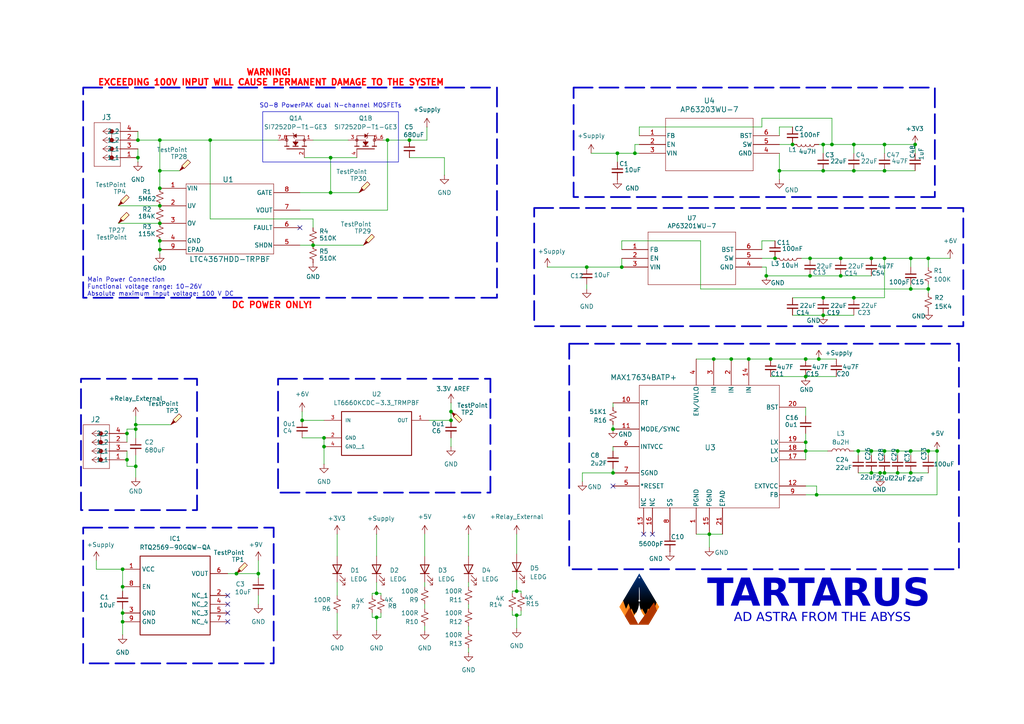
<source format=kicad_sch>
(kicad_sch (version 20250114) (generator "eeschema") (generator_version "9.0")
  (paper "A4")
  (lib_symbols
    (symbol "2601-3102_1" (pin_names (offset 0.254))
      (property "Reference" "J2" (at 9.144 -11.684 0))
      (symbol "2601-3102_1_1_1"
        (pin unspecified line (at 0 0 0) (length 5.08) (name "1_1") (number "1"))
        (pin unspecified line (at 0 -2.54 0) (length 5.08) (name "2_1") (number "3"))
        (pin unspecified line (at 0 -5.08 0) (length 5.08) (name "1_2") (number "2"))
        (pin unspecified line (at 0 -7.62 0) (length 5.08) (name "2_2") (number "4"))
      )
      (symbol "2601-3102_1_1_2"
        (pin unspecified line (at 0 0 0) (length 5.08) (name "1_1") (number "1"))
        (pin unspecified line (at 0 -2.54 0) (length 5.08) (name "1_2") (number "2"))
        (pin unspecified line (at 0 -5.08 0) (length 5.08) (name "2_1") (number "3"))
        (pin unspecified line (at 0 -7.62 0) (length 5.08) (name "2_2") (number "4"))
      )
    )
    (symbol "Connector:TestPoint_Probe" (pin_numbers (hide yes)) (pin_names (offset 0.762) (hide yes))
      (property "Reference" "TP" (at 1.651 5.842 0))
      (property "Value" "TestPoint_Probe" (at 1.651 4.064 0))
      (symbol "TestPoint_Probe_1_1"
        (pin passive line (at 0 0 90) (length 0) (name "1") (number "1"))
      )
    )
    (symbol "Cosmos Schematic Symbols:AP63201WU-7__"
      (property "Reference" "U" (at 0 11.176 0))
      (property "Value" "AP63201WU-7" (at 0.254 8.89 0))
      (symbol "AP63201WU-7___0_1"
        (pin unspecified line (at -20.32 2.54 0) (length 7.62) (name "FB") (number "1"))
        (pin unspecified line (at -20.32 0 0) (length 7.62) (name "EN") (number "2"))
        (pin unspecified line (at -20.32 -2.54 0) (length 7.62) (name "VIN") (number "3"))
        (pin unspecified line (at 20.32 2.54 180) (length 7.62) (name "BST") (number "6"))
        (pin unspecified line (at 20.32 0 180) (length 7.62) (name "SW") (number "5"))
        (pin power_out line (at 20.32 -2.54 180) (length 7.62) (name "GND") (number "4"))
      )
    )
    (symbol "Cosmos Schematic Symbols:AP63203WU-7" (pin_names (offset 0.254))
      (property "Reference" "U" (at 20.32 10.16 0))
      (property "Value" "AP63203WU-7" (at 20.32 7.62 0))
      (symbol "AP63203WU-7_0_1"
        (pin output line (at 0 0 0) (length 7.62) (name "FB") (number "1"))
        (pin input line (at 0 -2.54 0) (length 7.62) (name "EN") (number "2"))
        (pin power_in line (at 0 -5.08 0) (length 7.62) (name "VIN") (number "3"))
        (pin input line (at 40.64 0 180) (length 7.62) (name "BST") (number "6"))
        (pin output line (at 40.64 -2.54 180) (length 7.62) (name "SW") (number "5"))
        (pin power_out line (at 40.64 -5.08 180) (length 7.62) (name "GND") (number "4"))
      )
    )
    (symbol "Device:C_Small" (pin_numbers (hide yes)) (pin_names (offset 0.254) (hide yes))
      (property "Reference" "C" (at 0.254 1.778 0))
      (property "Value" "C_Small" (at 0.254 -2.032 0))
      (symbol "C_Small_1_1"
        (pin passive line (at 0 2.54 270) (length 2.032) (name "~") (number "1"))
        (pin passive line (at 0 -2.54 90) (length 2.032) (name "~") (number "2"))
      )
    )
    (symbol "Device:L" (pin_numbers (hide yes)) (pin_names (offset 1.016) (hide yes))
      (property "Reference" "L" (at -1.27 0 90))
      (property "Value" "L" (at 1.905 0 90))
      (symbol "L_1_1"
        (pin passive line (at 0 3.81 270) (length 1.27) (name "1") (number "1"))
        (pin passive line (at 0 -3.81 90) (length 1.27) (name "2") (number "2"))
      )
    )
    (symbol "Device:LED" (pin_numbers (hide yes)) (pin_names (offset 1.016) (hide yes))
      (property "Reference" "D" (at 0 2.54 0))
      (property "Value" "LED" (at 0 -2.54 0))
      (symbol "LED_1_1"
        (pin passive line (at -3.81 0 0) (length 2.54) (name "K") (number "1"))
        (pin passive line (at 3.81 0 180) (length 2.54) (name "A") (number "2"))
      )
    )
    (symbol "Device:R_Small_US" (pin_numbers (hide yes)) (pin_names (offset 0.254) (hide yes))
      (property "Reference" "R" (at 0.762 0.508 0))
      (property "Value" "R_Small_US" (at 0.762 -1.016 0))
      (symbol "R_Small_US_1_1"
        (pin passive line (at 0 2.54 270) (length 1.016) (name "~") (number "1"))
        (pin passive line (at 0 -2.54 90) (length 1.016) (name "~") (number "2"))
      )
    )
    (symbol "LT6660KCDC-3.3_TRMPBF:LT6660KCDC-3.3_TRMPBF" (pin_names (offset 1.016))
      (property "Reference" "U" (at -10.16 6.35 0))
      (property "Value" "LT6660KCDC-3.3_TRMPBF" (at -10.16 -10.16 0))
      (symbol "LT6660KCDC-3.3_TRMPBF_0_0"
        (pin input line (at -15.24 2.54 0) (length 5.08) (name "IN") (number "3"))
        (pin power_in line (at -15.24 -2.54 0) (length 5.08) (name "GND") (number "2"))
        (pin power_in line (at -15.24 -5.08 0) (length 5.08) (name "GND__1") (number "4"))
        (pin output line (at 15.24 2.54 180) (length 5.08) (name "OUT") (number "1"))
      )
    )
    (symbol "LTC4367HDD_TRPBF:LTC4367HDD-TRPBF" (pin_names (offset 0.254))
      (property "Reference" "U" (at 20.32 10.16 0))
      (property "Value" "LTC4367HDD-TRPBF" (at 20.32 7.62 0))
      (symbol "LTC4367HDD-TRPBF_0_1"
        (pin unspecified line (at 0 3.81 0) (length 7.62) (name "VIN") (number "1"))
        (pin unspecified line (at 0 -1.27 0) (length 7.62) (name "UV") (number "2"))
        (pin unspecified line (at 0 -6.35 0) (length 7.62) (name "OV") (number "3"))
        (pin power_out line (at 0 -11.43 0) (length 7.62) (name "GND") (number "4"))
        (pin unspecified line (at 0 -13.97 0) (length 7.62) (name "EPAD") (number "9"))
        (pin unspecified line (at 40.64 2.54 180) (length 7.62) (name "GATE") (number "8"))
        (pin output line (at 40.64 -2.54 180) (length 7.62) (name "VOUT") (number "7"))
        (pin unspecified line (at 40.64 -7.62 180) (length 7.62) (name "FAULT") (number "6"))
        (pin unspecified line (at 40.64 -12.7 180) (length 7.62) (name "SHDN") (number "5"))
      )
    )
    (symbol "MAX17634BATP:MAX17634BATP+" (pin_names (offset 0.254))
      (property "Reference" "U" (at 28.194 -15.494 0))
      (property "Value" "MAX17634BATP+" (at 28.956 -12.192 0))
      (symbol "MAX17634BATP+_0_1"
        (pin input line (at 0 0 0) (length 7.62) (name "RT") (number "10"))
        (pin unspecified line (at 0 -7.62 0) (length 7.62) (name "MODE/SYNC") (number "11"))
        (pin output line (at 0 -12.7 0) (length 7.62) (name "INTVCC") (number "6"))
        (pin power_out line (at 0 -20.32 0) (length 7.62) (name "SGND") (number "7"))
        (pin output line (at 0 -24.13 0) (length 7.62) (name "*RESET") (number "5"))
        (pin unspecified line (at 8.89 -38.1 90) (length 7.62) (name "NC") (number "13"))
        (pin unspecified line (at 11.43 -38.1 90) (length 7.62) (name "NC") (number "16"))
        (pin input line (at 16.51 -38.1 90) (length 7.62) (name "SS") (number "8"))
        (pin unspecified line (at 24.13 12.7 270) (length 7.62) (name "EN/UVLO") (number "4"))
        (pin power_in line (at 24.13 -38.1 90) (length 7.62) (name "PGND") (number "1"))
        (pin power_in line (at 27.94 -38.1 90) (length 7.62) (name "PGND") (number "15"))
        (pin input line (at 29.21 12.7 270) (length 7.62) (name "IN") (number "3"))
        (pin power_in line (at 31.75 -38.1 90) (length 7.62) (name "EPAD") (number "21"))
        (pin input line (at 34.29 12.7 270) (length 7.62) (name "IN") (number "2"))
        (pin input line (at 39.37 12.7 270) (length 7.62) (name "IN") (number "14"))
        (pin unspecified line (at 55.88 -1.27 180) (length 7.62) (name "BST") (number "20"))
        (pin unspecified line (at 55.88 -11.43 180) (length 7.62) (name "LX") (number "19"))
        (pin unspecified line (at 55.88 -13.97 180) (length 7.62) (name "LX") (number "18"))
        (pin unspecified line (at 55.88 -16.51 180) (length 7.62) (name "LX") (number "17"))
        (pin input line (at 55.88 -24.13 180) (length 7.62) (name "EXTVCC") (number "12"))
        (pin input line (at 55.88 -26.67 180) (length 7.62) (name "FB") (number "9"))
      )
    )
    (symbol "RTQ2569-90GQW-QA:RTQ2569-90GQW-QA"
      (property "Reference" "IC" (at 4.826 7.112 0))
      (property "Value" "RTQ2569-90GQW-QA" (at 4.826 4.572 0))
      (symbol "RTQ2569-90GQW-QA_1_1"
        (pin passive line (at 0 -1.27 0) (length 5.08) (name "VCC") (number "1"))
        (pin passive line (at 0 -6.35 0) (length 5.08) (name "EN") (number "8"))
        (pin passive line (at 0 -13.97 0) (length 5.08) (name "GND") (number "3"))
        (pin passive line (at 0 -16.51 0) (length 5.08) (name "GND") (number "9"))
        (pin passive line (at 30.48 -2.54 180) (length 5.08) (name "VOUT") (number "6"))
        (pin passive line (at 30.48 -8.89 180) (length 5.08) (name "NC_1") (number "2"))
        (pin passive line (at 30.48 -11.43 180) (length 5.08) (name "NC_2") (number "4"))
        (pin passive line (at 30.48 -13.97 180) (length 5.08) (name "NC_3") (number "5"))
        (pin passive line (at 30.48 -16.51 180) (length 5.08) (name "NC_4") (number "7"))
      )
    )
    (symbol "SI7942DP-T1-E3:SI7942DP-T1-E3" (pin_names (offset 1.016))
      (property "Reference" "Q" (at 5.08 0 0))
      (property "Value" "SI7942DP-T1-E3" (at 5.08 -2.54 0))
      (symbol "SI7942DP-T1-E3_1_0"
        (pin passive line (at -2.54 -2.54 0) (length 2.54) (name "~") (number "2"))
        (pin passive line (at 2.54 5.08 270) (length 2.54) (name "~") (number "7_8"))
        (pin passive line (at 2.54 -5.08 90) (length 2.54) (name "~") (number "1"))
      )
      (symbol "SI7942DP-T1-E3_2_0"
        (pin passive line (at -2.54 -2.54 0) (length 2.54) (name "~") (number "4"))
        (pin passive line (at 2.54 5.08 270) (length 2.54) (name "~") (number "5_6"))
        (pin passive line (at 2.54 -5.08 90) (length 2.54) (name "~") (number "3"))
      )
    )
    (symbol "WAGO_2601-3102:2601-3102" (pin_names (offset 0.254))
      (property "Reference" "J3" (at 9.144 -11.684 0))
      (symbol "2601-3102_1_1"
        (pin unspecified line (at 0 0 0) (length 5.08) (name "1_1") (number "1"))
        (pin unspecified line (at 0 -2.54 0) (length 5.08) (name "2_1") (number "3"))
        (pin unspecified line (at 0 -5.08 0) (length 5.08) (name "1_2") (number "2"))
        (pin unspecified line (at 0 -7.62 0) (length 5.08) (name "2_2") (number "4"))
      )
      (symbol "2601-3102_1_2"
        (pin unspecified line (at 0 0 0) (length 5.08) (name "1_1") (number "1"))
        (pin unspecified line (at 0 -2.54 0) (length 5.08) (name "1_2") (number "2"))
        (pin unspecified line (at 0 -5.08 0) (length 5.08) (name "2_1") (number "3"))
        (pin unspecified line (at 0 -7.62 0) (length 5.08) (name "2_2") (number "4"))
      )
    )
    (symbol "power:+12V" (power) (pin_numbers (hide yes)) (pin_names (offset 0) (hide yes))
      (property "Value" "+12V" (at 0 3.556 0))
      (symbol "+12V_1_1"
        (pin power_in line (at 0 0 90) (length 0) (name "~") (number "1"))
      )
    )
    (symbol "power:+3.3V" (power) (pin_numbers (hide yes)) (pin_names (offset 0) (hide yes))
      (property "Value" "+3.3V" (at 0 3.556 0))
      (symbol "+3.3V_1_1"
        (pin power_in line (at 0 0 90) (length 0) (name "~") (number "1"))
      )
    )
    (symbol "power:+5V" (power) (pin_numbers (hide yes)) (pin_names (offset 0) (hide yes))
      (property "Value" "+5V" (at 0 3.556 0))
      (symbol "+5V_1_1"
        (pin power_in line (at 0 0 90) (length 0) (name "~") (number "1"))
      )
    )
    (symbol "power:GND" (power) (pin_numbers (hide yes)) (pin_names (offset 0) (hide yes))
      (property "Value" "GND" (at 0 -3.81 0))
      (symbol "GND_1_1"
        (pin power_in line (at 0 0 270) (length 0) (name "~") (number "1"))
      )
    )
  )
  (rectangle (start 24.13 25.4) (end 144.145 86.36) (stroke (width 0.5) (type dash)))
  (rectangle (start 165.1 99.695) (end 278.13 165.1) (stroke (width 0.5) (type dash)))
  (rectangle (start 76.2 32.385) (end 115.57 46.99))
  (rectangle (start 80.645 109.855) (end 142.24 142.875) (stroke (width 0.5) (type dash)))
  (rectangle (start 23.495 109.855) (end 57.15 147.955) (stroke (width 0.5) (type dash)))
  (rectangle (start 154.94 60.325) (end 279.4 94.615) (stroke (width 0.5) (type dash)))
  (rectangle (start 24.13 153.035) (end 79.375 192.405) (stroke (width 0.5) (type dash)))
  (rectangle (start 166.37 25.4) (end 271.145 57.15) (stroke (width 0.5) (type dash)))
  (text "TARTARUS" (at 237.49 174.625 0) (effects (font (size 8 8) (thickness 1.6) (bold yes))))
  (text "Main Power Connection\nFunctional voltage range: 10-26V\nAbsolute maximum input voltage: 100 V DC" (at 25.273 83.312 0) (effects (font (size 1.27 1.27)) (justify left)))
  (text "WARNING! \nEXCEEDING 100V INPUT WILL CAUSE PERMANENT DAMAGE TO THE SYSTEM" (at 78.613 22.606 0) (effects (font (size 1.8 1.8) (thickness 0.4) (bold yes))))
  (text "DC POWER ONLY!" (at 78.867 88.646 0) (effects (font (size 1.8 1.8) (thickness 0.36) (bold yes))))
  (text "SO-8 PowerPAK dual N-channel MOSFETs" (at 95.885 30.734 0) (effects (font (size 1.27 1.27))))
  (text "AD ASTRA FROM THE ABYSS" (at 238.506 179.959 0) (effects (font (size 2.6 2.6))))
  (junction (at 177.8 137.16))
  (junction (at 39.37 135.255))
  (junction (at 269.24 74.93))
  (junction (at 233.68 109.22))
  (junction (at 46.355 64.77))
  (junction (at 205.74 154.94))
  (junction (at 36.83 125.73))
  (junction (at 238.76 41.91))
  (junction (at 223.52 104.14))
  (junction (at 35.56 180.34))
  (junction (at 46.355 72.39))
  (junction (at 93.98 129.54))
  (junction (at 35.56 165.1))
  (junction (at 248.92 130.81))
  (junction (at 93.98 127))
  (junction (at 241.3 41.91))
  (junction (at 112.395 40.64))
  (junction (at 207.01 104.14))
  (junction (at 212.09 104.14))
  (junction (at 177.8 124.46))
  (junction (at 255.27 137.16))
  (junction (at 264.16 137.16))
  (junction (at 130.81 119.38))
  (junction (at 46.355 59.69))
  (junction (at 87.63 121.92))
  (junction (at 233.68 128.27))
  (junction (at 256.54 41.91))
  (junction (at 222.25 80.01))
  (junction (at 260.35 130.81))
  (junction (at 265.43 41.91))
  (junction (at 46.355 54.61))
  (junction (at 238.76 49.53))
  (junction (at 90.805 71.12))
  (junction (at 264.16 130.81))
  (junction (at 60.96 40.64))
  (junction (at 68.58 166.37))
  (junction (at 234.95 80.01))
  (junction (at 40.005 45.72))
  (junction (at 247.65 41.91))
  (junction (at 95.885 55.88))
  (junction (at 229.87 41.91))
  (junction (at 252.73 137.16))
  (junction (at 234.95 74.93))
  (junction (at 118.745 40.64))
  (junction (at 226.06 49.53))
  (junction (at 35.56 177.8))
  (junction (at 238.76 86.36))
  (junction (at 264.16 83.82))
  (junction (at 269.24 83.82))
  (junction (at 46.355 40.64))
  (junction (at 170.18 77.47))
  (junction (at 224.79 74.93))
  (junction (at 247.65 49.53))
  (junction (at 243.84 74.93))
  (junction (at 46.355 69.85))
  (junction (at 39.37 124.46))
  (junction (at 269.24 130.81))
  (junction (at 36.83 133.35))
  (junction (at 149.86 171.45))
  (junction (at 130.81 121.92))
  (junction (at 233.68 104.14))
  (junction (at 252.73 74.93))
  (junction (at 260.35 137.16))
  (junction (at 40.005 40.64))
  (junction (at 109.22 179.07))
  (junction (at 179.07 44.45))
  (junction (at 247.65 86.36))
  (junction (at 74.93 166.37))
  (junction (at 39.37 123.19))
  (junction (at 252.73 130.81))
  (junction (at 238.76 91.44))
  (junction (at 233.68 130.81))
  (junction (at 237.49 104.14))
  (junction (at 256.54 137.16))
  (junction (at 149.86 178.435))
  (junction (at 109.22 172.085))
  (junction (at 95.885 45.72))
  (junction (at 236.855 143.51))
  (junction (at 256.54 49.53))
  (junction (at 264.16 74.93))
  (junction (at 180.34 77.47))
  (junction (at 35.56 170.18))
  (junction (at 217.17 104.14))
  (junction (at 46.355 49.53))
  (junction (at 256.54 74.93))
  (junction (at 184.15 44.45))
  (junction (at 256.54 130.81))
  (junction (at 243.84 80.01))
  (junction (at 271.78 130.81))
  (no_connect (at 66.04 177.8))
  (no_connect (at 189.23 154.94))
  (no_connect (at 66.04 175.26))
  (no_connect (at 66.04 180.34))
  (no_connect (at 186.69 154.94))
  (no_connect (at 86.995 66.04))
  (no_connect (at 66.04 172.72))
  (no_connect (at 177.8 140.97))
  (wire (pts (xy 226.06 36.83) (xy 229.87 36.83)))
  (wire (pts (xy 248.92 130.81) (xy 248.92 132.08)))
  (wire (pts (xy 107.95 177.8) (xy 107.95 179.07)))
  (wire (pts (xy 264.16 74.93) (xy 269.24 74.93)))
  (wire (pts (xy 109.22 179.07) (xy 109.22 182.88)))
  (wire (pts (xy 233.68 140.97) (xy 236.855 140.97)))
  (wire (pts (xy 97.79 154.94) (xy 97.79 161.29)))
  (wire (pts (xy 220.98 77.47) (xy 222.25 77.47)))
  (wire (pts (xy 177.8 135.89) (xy 177.8 137.16)))
  (wire (pts (xy 264.16 130.81) (xy 264.16 132.08)))
  (wire (pts (xy 269.24 83.82) (xy 269.24 82.55)))
  (wire (pts (xy 220.98 72.39) (xy 220.98 69.85)))
  (wire (pts (xy 135.89 154.94) (xy 135.89 161.29)))
  (wire (pts (xy 233.68 125.73) (xy 233.68 128.27)))
  (wire (pts (xy 265.43 44.45) (xy 265.43 41.91)))
  (wire (pts (xy 86.995 55.88) (xy 95.885 55.88)))
  (wire (pts (xy 60.96 40.64) (xy 80.645 40.64)))
  (wire (pts (xy 256.54 86.36) (xy 256.54 74.93)))
  (wire (pts (xy 74.93 175.26) (xy 74.93 172.72)))
  (wire (pts (xy 135.89 181.61) (xy 135.89 182.88)))
  (wire (pts (xy 233.68 109.22) (xy 242.57 109.22)))
  (wire (pts (xy 171.45 44.45) (xy 179.07 44.45)))
  (wire (pts (xy 236.855 140.97) (xy 236.855 143.51)))
  (wire (pts (xy 151.13 171.45) (xy 149.86 171.45)))
  (wire (pts (xy 35.56 165.1) (xy 27.94 165.1)))
  (wire (pts (xy 247.65 86.36) (xy 256.54 86.36)))
  (wire (pts (xy 93.98 127) (xy 93.98 129.54)))
  (wire (pts (xy 40.005 43.18) (xy 40.005 45.72)))
  (wire (pts (xy 110.49 172.72) (xy 110.49 172.085)))
  (wire (pts (xy 185.42 36.83) (xy 185.42 39.37)))
  (wire (pts (xy 112.395 40.64) (xy 118.745 40.64)))
  (wire (pts (xy 90.805 71.12) (xy 105.41 71.12)))
  (wire (pts (xy 36.83 124.46) (xy 39.37 124.46)))
  (wire (pts (xy 66.04 166.37) (xy 68.58 166.37)))
  (wire (pts (xy 90.805 66.04) (xy 90.805 63.5)))
  (wire (pts (xy 243.84 74.93) (xy 252.73 74.93)))
  (wire (pts (xy 128.905 45.72) (xy 128.905 50.8)))
  (wire (pts (xy 35.56 176.53) (xy 35.56 177.8)))
  (wire (pts (xy 260.35 137.16) (xy 264.16 137.16)))
  (wire (pts (xy 234.95 80.01) (xy 243.84 80.01)))
  (wire (pts (xy 238.76 44.45) (xy 238.76 41.91)))
  (wire (pts (xy 177.8 129.54) (xy 177.8 130.81)))
  (wire (pts (xy 151.13 177.165) (xy 151.13 178.435)))
  (wire (pts (xy 39.37 135.255) (xy 39.37 138.43)))
  (wire (pts (xy 40.005 45.72) (xy 40.005 46.99)))
  (wire (pts (xy 185.42 41.91) (xy 184.15 41.91)))
  (wire (pts (xy 124.46 121.92) (xy 130.81 121.92)))
  (wire (pts (xy 247.65 41.91) (xy 256.54 41.91)))
  (wire (pts (xy 220.98 34.29) (xy 220.98 36.83)))
  (wire (pts (xy 252.73 74.93) (xy 256.54 74.93)))
  (wire (pts (xy 112.395 60.96) (xy 86.995 60.96)))
  (wire (pts (xy 93.98 121.92) (xy 87.63 121.92)))
  (wire (pts (xy 135.89 175.26) (xy 135.89 176.53)))
  (wire (pts (xy 238.76 91.44) (xy 247.65 91.44)))
  (wire (pts (xy 233.68 128.27) (xy 233.68 130.81)))
  (wire (pts (xy 123.825 36.83) (xy 123.825 40.64)))
  (wire (pts (xy 35.56 170.18) (xy 35.56 171.45)))
  (wire (pts (xy 95.885 55.88) (xy 95.885 45.72)))
  (wire (pts (xy 123.19 154.94) (xy 123.19 161.29)))
  (wire (pts (xy 46.355 40.64) (xy 60.96 40.64)))
  (wire (pts (xy 255.27 137.16) (xy 255.27 138.43)))
  (wire (pts (xy 179.07 44.45) (xy 179.07 46.99)))
  (wire (pts (xy 256.54 130.81) (xy 260.35 130.81)))
  (wire (pts (xy 229.87 86.36) (xy 238.76 86.36)))
  (wire (pts (xy 252.73 130.81) (xy 256.54 130.81)))
  (wire (pts (xy 90.805 71.12) (xy 86.995 71.12)))
  (wire (pts (xy 252.73 130.81) (xy 252.73 132.08)))
  (wire (pts (xy 87.63 121.92) (xy 87.63 119.38)))
  (wire (pts (xy 149.86 171.45) (xy 149.86 168.275)))
  (wire (pts (xy 149.86 178.435) (xy 149.86 182.245)))
  (wire (pts (xy 223.52 109.22) (xy 233.68 109.22)))
  (wire (pts (xy 40.005 40.64) (xy 46.355 40.64)))
  (wire (pts (xy 36.83 133.35) (xy 36.83 135.255)))
  (wire (pts (xy 46.355 49.53) (xy 52.07 49.53)))
  (wire (pts (xy 107.95 179.07) (xy 109.22 179.07)))
  (wire (pts (xy 148.59 171.45) (xy 148.59 172.085)))
  (wire (pts (xy 223.52 104.14) (xy 233.68 104.14)))
  (wire (pts (xy 39.37 132.08) (xy 39.37 135.255)))
  (wire (pts (xy 151.13 172.085) (xy 151.13 171.45)))
  (wire (pts (xy 36.83 125.73) (xy 36.83 124.46)))
  (wire (pts (xy 226.06 52.07) (xy 226.06 49.53)))
  (wire (pts (xy 27.94 165.1) (xy 27.94 162.56)))
  (wire (pts (xy 90.805 40.64) (xy 100.965 40.64)))
  (wire (pts (xy 222.25 80.01) (xy 234.95 80.01)))
  (wire (pts (xy 46.355 40.64) (xy 46.355 49.53)))
  (wire (pts (xy 220.98 69.85) (xy 224.79 69.85)))
  (wire (pts (xy 118.745 45.72) (xy 128.905 45.72)))
  (wire (pts (xy 236.855 143.51) (xy 271.78 143.51)))
  (wire (pts (xy 248.92 130.81) (xy 252.73 130.81)))
  (wire (pts (xy 109.22 154.94) (xy 109.22 161.29)))
  (wire (pts (xy 184.15 41.91) (xy 184.15 44.45)))
  (wire (pts (xy 151.13 178.435) (xy 149.86 178.435)))
  (wire (pts (xy 74.93 166.37) (xy 74.93 162.56)))
  (wire (pts (xy 233.68 118.11) (xy 233.68 120.65)))
  (wire (pts (xy 118.745 40.64) (xy 123.825 40.64)))
  (wire (pts (xy 93.98 129.54) (xy 93.98 134.62)))
  (wire (pts (xy 135.89 168.91) (xy 135.89 170.18)))
  (wire (pts (xy 87.63 127) (xy 93.98 127)))
  (wire (pts (xy 36.83 128.27) (xy 36.83 125.73)))
  (wire (pts (xy 40.005 38.1) (xy 40.005 40.64)))
  (wire (pts (xy 168.91 139.7) (xy 168.91 137.16)))
  (wire (pts (xy 271.78 130.81) (xy 269.24 130.81)))
  (wire (pts (xy 107.95 172.085) (xy 107.95 172.72)))
  (wire (pts (xy 256.54 44.45) (xy 256.54 41.91)))
  (wire (pts (xy 207.01 104.14) (xy 212.09 104.14)))
  (wire (pts (xy 264.16 82.55) (xy 264.16 83.82)))
  (wire (pts (xy 39.37 120.65) (xy 39.37 123.19)))
  (wire (pts (xy 226.06 39.37) (xy 226.06 36.83)))
  (wire (pts (xy 237.49 41.91) (xy 238.76 41.91)))
  (wire (pts (xy 177.8 123.19) (xy 177.8 124.46)))
  (wire (pts (xy 212.09 104.14) (xy 217.17 104.14)))
  (wire (pts (xy 241.3 34.29) (xy 220.98 34.29)))
  (wire (pts (xy 180.34 72.39) (xy 180.34 69.85)))
  (wire (pts (xy 60.96 63.5) (xy 60.96 40.64)))
  (wire (pts (xy 130.81 129.54) (xy 130.81 127)))
  (wire (pts (xy 269.24 85.09) (xy 269.24 83.82)))
  (wire (pts (xy 248.92 137.16) (xy 252.73 137.16)))
  (wire (pts (xy 46.355 49.53) (xy 46.355 54.61)))
  (wire (pts (xy 46.355 69.85) (xy 46.355 72.39)))
  (wire (pts (xy 110.49 177.8) (xy 110.49 179.07)))
  (wire (pts (xy 110.49 179.07) (xy 109.22 179.07)))
  (wire (pts (xy 170.18 77.47) (xy 180.34 77.47)))
  (wire (pts (xy 226.06 49.53) (xy 238.76 49.53)))
  (wire (pts (xy 269.24 130.81) (xy 264.16 130.81)))
  (wire (pts (xy 264.16 137.16) (xy 269.24 137.16)))
  (wire (pts (xy 39.37 123.19) (xy 39.37 124.46)))
  (wire (pts (xy 179.07 44.45) (xy 184.15 44.45)))
  (wire (pts (xy 168.91 137.16) (xy 177.8 137.16)))
  (wire (pts (xy 247.65 41.91) (xy 241.3 41.91)))
  (wire (pts (xy 226.06 49.53) (xy 226.06 44.45)))
  (wire (pts (xy 247.65 41.91) (xy 247.65 44.45)))
  (wire (pts (xy 149.86 154.94) (xy 149.86 160.655)))
  (wire (pts (xy 35.56 165.1) (xy 35.56 170.18)))
  (wire (pts (xy 201.93 104.14) (xy 207.01 104.14)))
  (wire (pts (xy 201.93 154.94) (xy 205.74 154.94)))
  (wire (pts (xy 123.19 181.61) (xy 123.19 182.88)))
  (wire (pts (xy 256.54 137.16) (xy 260.35 137.16)))
  (wire (pts (xy 130.81 116.84) (xy 130.81 119.38)))
  (wire (pts (xy 112.395 40.64) (xy 112.395 60.96)))
  (wire (pts (xy 68.58 166.37) (xy 74.93 166.37)))
  (wire (pts (xy 46.355 72.39) (xy 46.355 73.66)))
  (wire (pts (xy 88.265 45.72) (xy 95.885 45.72)))
  (wire (pts (xy 180.34 74.93) (xy 180.34 77.47)))
  (wire (pts (xy 264.16 74.93) (xy 264.16 77.47)))
  (wire (pts (xy 205.74 158.75) (xy 205.74 154.94)))
  (wire (pts (xy 243.84 80.01) (xy 252.73 80.01)))
  (wire (pts (xy 238.76 86.36) (xy 247.65 86.36)))
  (wire (pts (xy 203.2 83.82) (xy 264.16 83.82)))
  (wire (pts (xy 135.89 187.96) (xy 135.89 189.23)))
  (wire (pts (xy 111.125 40.64) (xy 112.395 40.64)))
  (wire (pts (xy 229.87 41.91) (xy 226.06 41.91)))
  (wire (pts (xy 237.49 104.14) (xy 242.57 104.14)))
  (wire (pts (xy 95.885 45.72) (xy 103.505 45.72)))
  (wire (pts (xy 36.83 130.81) (xy 36.83 133.35)))
  (wire (pts (xy 229.87 91.44) (xy 238.76 91.44)))
  (wire (pts (xy 123.19 175.26) (xy 123.19 176.53)))
  (wire (pts (xy 90.805 63.5) (xy 60.96 63.5)))
  (wire (pts (xy 260.35 130.81) (xy 264.16 130.81)))
  (wire (pts (xy 222.25 77.47) (xy 222.25 80.01)))
  (wire (pts (xy 130.81 119.38) (xy 130.81 121.92)))
  (wire (pts (xy 95.885 55.88) (xy 104.14 55.88)))
  (wire (pts (xy 39.37 124.46) (xy 39.37 127)))
  (wire (pts (xy 35.56 184.15) (xy 35.56 180.34)))
  (wire (pts (xy 256.54 41.91) (xy 265.43 41.91)))
  (wire (pts (xy 109.22 172.085) (xy 109.22 168.91)))
  (wire (pts (xy 36.83 135.255) (xy 39.37 135.255)))
  (wire (pts (xy 256.54 130.81) (xy 256.54 132.08)))
  (wire (pts (xy 217.17 104.14) (xy 223.52 104.14)))
  (wire (pts (xy 148.59 178.435) (xy 149.86 178.435)))
  (wire (pts (xy 97.79 168.91) (xy 97.79 172.72)))
  (wire (pts (xy 238.76 49.53) (xy 247.65 49.53)))
  (wire (pts (xy 220.98 74.93) (xy 224.79 74.93)))
  (wire (pts (xy 184.15 44.45) (xy 185.42 44.45)))
  (wire (pts (xy 49.53 123.19) (xy 39.37 123.19)))
  (wire (pts (xy 264.16 83.82) (xy 269.24 83.82)))
  (wire (pts (xy 233.68 130.81) (xy 233.68 133.35)))
  (wire (pts (xy 256.54 137.16) (xy 255.27 137.16)))
  (wire (pts (xy 271.78 143.51) (xy 271.78 130.81)))
  (wire (pts (xy 234.95 74.93) (xy 243.84 74.93)))
  (wire (pts (xy 148.59 177.165) (xy 148.59 178.435)))
  (wire (pts (xy 256.54 74.93) (xy 264.16 74.93)))
  (wire (pts (xy 247.65 130.81) (xy 248.92 130.81)))
  (wire (pts (xy 177.8 116.84) (xy 177.8 118.11)))
  (wire (pts (xy 74.93 166.37) (xy 74.93 167.64)))
  (wire (pts (xy 35.56 180.34) (xy 35.56 177.8)))
  (wire (pts (xy 107.95 172.085) (xy 109.22 172.085)))
  (wire (pts (xy 34.29 64.77) (xy 46.355 64.77)))
  (wire (pts (xy 241.3 41.91) (xy 241.3 34.29)))
  (wire (pts (xy 247.65 49.53) (xy 256.54 49.53)))
  (wire (pts (xy 123.19 168.91) (xy 123.19 170.18)))
  (wire (pts (xy 234.95 74.93) (xy 232.41 74.93)))
  (wire (pts (xy 238.76 41.91) (xy 241.3 41.91)))
  (wire (pts (xy 269.24 77.47) (xy 269.24 74.93)))
  (wire (pts (xy 34.29 59.69) (xy 46.355 59.69)))
  (wire (pts (xy 158.75 77.47) (xy 170.18 77.47)))
  (wire (pts (xy 252.73 137.16) (xy 255.27 137.16)))
  (wire (pts (xy 220.98 36.83) (xy 185.42 36.83)))
  (wire (pts (xy 170.18 82.55) (xy 170.18 83.82)))
  (wire (pts (xy 180.34 69.85) (xy 203.2 69.85)))
  (wire (pts (xy 148.59 171.45) (xy 149.86 171.45)))
  (wire (pts (xy 110.49 172.085) (xy 109.22 172.085)))
  (wire (pts (xy 97.79 177.8) (xy 97.79 182.88)))
  (wire (pts (xy 256.54 49.53) (xy 265.43 49.53)))
  (wire (pts (xy 260.35 132.08) (xy 260.35 130.81)))
  (wire (pts (xy 275.59 74.93) (xy 269.24 74.93)))
  (wire (pts (xy 233.68 143.51) (xy 236.855 143.51)))
  (wire (pts (xy 205.74 154.94) (xy 209.55 154.94)))
  (wire (pts (xy 203.2 69.85) (xy 203.2 83.82)))
  (wire (pts (xy 233.68 104.14) (xy 237.49 104.14)))
  (wire (pts (xy 269.24 130.81) (xy 269.24 132.08)))
  (wire (pts (xy 233.68 130.81) (xy 240.03 130.81)))
  (image (at 185.42 175.133) (scale 0.0421478))
  (symbol (lib_id "power:GND") (at 90.805 76.2 0) (unit 1)
    (property "Reference" "#PWR019" (effects (hide yes)))
    (property "Value" "GND" (at 90.805 80.264 0))
    (property "Description" "Power symbol creates a global label with name \"GND\" , ground" (effects (hide yes)))
  )
  (symbol (lib_id "Device:C_Small") (at 170.18 80.01 0) (unit 1)
    (property "Reference" "C7" (at 165.354 80.01 0) (effects (justify left)))
    (property "Value" "10uF" (at 172.212 79.756 0) (effects (justify left)))
    (property "Footprint" "Capacitor_SMD:C_0603_1608Metric" (effects (hide yes)))
    (property "Description" "Unpolarized capacitor, small symbol" (effects (hide yes)))
    (instances (project "Athena Flight Computer" (path "" (reference "C12") (unit 1))) (project "" (path "" (reference "C7") (unit 1))))
  )
  (symbol (lib_id "Device:C_Small") (at 233.68 123.19 180) (unit 1)
    (property "Reference" "C16" (at 231.648 121.158 0) (effects (justify left)))
    (property "Value" "0u1" (at 231.394 123.19 0) (effects (justify left)))
    (property "Footprint" "Capacitor_SMD:C_0603_1608Metric" (effects (hide yes)))
    (property "Description" "Unpolarized capacitor, small symbol" (effects (hide yes)))
  )
  (symbol (lib_id "power:GND") (at 170.18 83.82 0) (unit 1)
    (property "Reference" "#PWR037" (effects (hide yes)))
    (property "Value" "GND" (at 170.18 88.9 0))
    (property "Description" "Power symbol creates a global label with name \"GND\" , ground" (effects (hide yes)))
    (instances (project "Athena Flight Computer" (path "" (reference "#PWR018") (unit 1))) (project "" (path "" (reference "#PWR037") (unit 1))))
  )
  (symbol (lib_id "Device:C_Small") (at 260.35 134.62 0) (unit 1)
    (property "Reference" "C29" (at 259.334 133.858 90) (effects (justify left)))
    (property "Value" "22uF" (at 258.064 138.684 0) (effects (justify left)))
    (property "Footprint" "Capacitor_SMD:C_0805_2012Metric" (effects (hide yes)))
    (property "Description" "Unpolarized capacitor, small symbol" (effects (hide yes)))
  )
  (symbol (lib_id "SI7942DP-T1-E3:SI7942DP-T1-E3") (at 106.045 43.18 270) (mirror x) (unit 2)
    (property "Reference" "Q1" (at 106.045 34.29 90))
    (property "Value" "SI7252DP-T1-GE3" (at 106.045 36.83 90))
    (property "Footprint" "Barrett_Footprints:TRANS_SI7942DP-T1-E3" (effects (hide yes)))
    (property "MF" "Vishay" (effects (hide yes)))
    (property "MAXIMUM_PACKAGE_HEIGHT" "1.12mm" (effects (hide yes)))
    (property "Package" "SO-8 Vishay" (effects (hide yes)))
    (property "Price" "None" (effects (hide yes)))
    (property "Check_prices" "https://www.snapeda.com/parts/SI7942DP-T1-E3/Vishay+Siliconix/view-part/?ref=eda" (effects (hide yes)))
    (property "STANDARD" "Manufacturer Recommendations" (effects (hide yes)))
    (property "PARTREV" "C" (effects (hide yes)))
    (property "SnapEDA_Link" "https://www.snapeda.com/parts/SI7942DP-T1-E3/Vishay+Siliconix/view-part/?ref=snap" (effects (hide yes)))
    (property "MP" "SI7942DP-T1-E3" (effects (hide yes)))
    (property "Description_1" "Mosfet Array 2 N-Channel (Dual) 100V 3.8A 1.4W Surface Mount PowerPAK® SO-8 Dual" (effects (hide yes)))
    (property "Availability" "In Stock" (effects (hide yes)))
    (property "MANUFACTURER" "Vishay" (effects (hide yes)))
  )
  (symbol (lib_id "Device:C_Small") (at 118.745 43.18 0) (unit 1)
    (property "Reference" "C5" (at 117.221 36.83 0) (effects (justify left)))
    (property "Value" "680uF" (at 116.967 39.116 0) (effects (justify left)))
    (property "Footprint" "Barrett_Footprints:CAP_PY-13x20_KEM_A759PY687M1HAAE026" (effects (hide yes)))
    (property "Description" "Unpolarized capacitor, small symbol" (effects (hide yes)))
  )
  (symbol (lib_id "Device:C_Small") (at 256.54 46.99 0) (unit 1)
    (property "Reference" "C27" (at 257.048 44.958 0) (effects (justify left)))
    (property "Value" "4u7F" (at 258.572 46.736 0) (effects (justify left)))
    (property "Footprint" "Capacitor_SMD:C_0603_1608Metric" (effects (hide yes)))
    (property "Description" "Unpolarized capacitor, small symbol" (effects (hide yes)))
    (instances (project "Athena Flight Computer" (path "" (reference "C47") (unit 1))) (project "" (path "" (reference "C27") (unit 1))))
  )
  (symbol (lib_id "Connector:TestPoint_Probe") (at 68.58 166.37 0) (unit 1)
    (property "Reference" "TP1" (at 70.866 162.306 0) (effects (justify right)))
    (property "Value" "TestPoint" (at 70.866 160.274 0) (effects (justify right)))
    (property "Footprint" "TestPoint:TestPoint_Pad_D1.0mm" (effects (hide yes)))
    (property "Description" "test point (alternative probe-style design)" (effects (hide yes)))
  )
  (symbol (lib_id "Device:R_Small_US") (at 135.89 172.72 180) (unit 1)
    (property "Reference" "R11" (at 134.112 173.99 0) (effects (justify left)))
    (property "Value" "100R" (at 134.112 171.45 0) (effects (justify left)))
    (property "Footprint" "Resistor_SMD:R_0603_1608Metric" (effects (hide yes)))
    (property "Description" "Resistor, small US symbol" (effects (hide yes)))
  )
  (symbol (lib_id "power:+3.3V") (at 265.43 41.91 0) (unit 1)
    (property "Reference" "#PWR049" (effects (hide yes)))
    (property "Value" "+3V3" (at 262.636 37.338 0) (effects (justify left)))
    (property "Description" "Power symbol creates a global label with name \"+3.3V\"" (effects (hide yes)))
    (instances (project "Athena Flight Computer" (path "" (reference "#PWR010") (unit 1))) (project "" (path "" (reference "#PWR049") (unit 1))))
  )
  (symbol (lib_id "Device:C_Small") (at 74.93 170.18 0) (unit 1)
    (property "Reference" "C3" (at 68.326 169.418 0) (effects (justify left)))
    (property "Value" "10uF" (at 68.072 171.704 0) (effects (justify left)))
    (property "Footprint" "Capacitor_SMD:C_0603_1608Metric" (effects (hide yes)))
    (property "Description" "Unpolarized capacitor, small symbol" (effects (hide yes)))
  )
  (symbol (lib_id "Device:R_Small_US") (at 151.13 174.625 0) (unit 1)
    (property "Reference" "R15" (at 154.432 175.133 0))
    (property "Value" "4K" (at 153.416 173.355 0))
    (property "Footprint" "Resistor_SMD:R_0603_1608Metric" (effects (hide yes)))
    (property "Description" "Resistor, small US symbol" (effects (hide yes)))
  )
  (symbol (lib_id "power:+3.3V") (at 109.22 154.94 0) (unit 1)
    (property "Reference" "#PWR023" (effects (hide yes)))
    (property "Value" "+Supply" (at 106.426 150.368 0) (effects (justify left)))
    (property "Description" "Power symbol creates a global label with name \"+3.3V\"" (effects (hide yes)))
  )
  (symbol (lib_id "Device:C_Small") (at 234.95 77.47 0) (unit 1)
    (property "Reference" "C17" (at 235.712 78.994 0) (effects (justify left)))
    (property "Value" "22uF" (at 236.728 77.216 0) (effects (justify left)))
    (property "Footprint" "Capacitor_SMD:C_0805_2012Metric" (effects (hide yes)))
    (property "Description" "Unpolarized capacitor, small symbol" (effects (hide yes)))
    (instances (project "Athena Flight Computer" (path "" (reference "C13") (unit 1))) (project "" (path "" (reference "C17") (unit 1))))
  )
  (symbol (lib_id "power:GND") (at 238.76 91.44 0) (unit 1)
    (property "Reference" "#PWR047" (effects (hide yes)))
    (property "Value" "GND" (at 235.966 92.964 0))
    (property "Description" "Power symbol creates a global label with name \"GND\" , ground" (effects (hide yes)))
  )
  (symbol (lib_id "Device:C_Small") (at 177.8 133.35 0) (unit 1)
    (property "Reference" "C8" (at 171.196 132.08 0) (effects (justify left)))
    (property "Value" "2u2F" (at 171.196 134.366 0) (effects (justify left)))
    (property "Footprint" "Capacitor_SMD:C_0603_1608Metric" (effects (hide yes)))
    (property "Description" "Unpolarized capacitor, small symbol" (effects (hide yes)))
  )
  (symbol (lib_id "power:GND") (at 128.905 50.8 0) (unit 1)
    (property "Reference" "#PWR028" (effects (hide yes)))
    (property "Value" "GND" (at 128.905 55.88 0))
    (property "Description" "Power symbol creates a global label with name \"GND\" , ground" (effects (hide yes)))
  )
  (symbol (lib_id "power:GND") (at 130.81 129.54 0) (unit 1)
    (property "Reference" "#PWR030" (effects (hide yes)))
    (property "Value" "GND" (at 130.81 134.62 0))
    (property "Description" "Power symbol creates a global label with name \"GND\" , ground" (effects (hide yes)))
  )
  (symbol (lib_id "Device:C_Small") (at 247.65 46.99 0) (unit 1)
    (property "Reference" "C22" (at 248.158 44.958 0) (effects (justify left)))
    (property "Value" "22uF" (at 249.682 46.736 0) (effects (justify left)))
    (property "Footprint" "Capacitor_SMD:C_0805_2012Metric" (effects (hide yes)))
    (property "Description" "Unpolarized capacitor, small symbol" (effects (hide yes)))
    (instances (project "Athena Flight Computer" (path "" (reference "C4") (unit 1))) (project "" (path "" (reference "C22") (unit 1))))
  )
  (symbol (lib_id "Device:C_Small") (at 242.57 106.68 0) (unit 1)
    (property "Reference" "C20" (at 242.57 108.458 0) (effects (justify left)))
    (property "Value" "4u7F" (at 244.348 106.426 0) (effects (justify left)))
    (property "Footprint" "Capacitor_SMD:C_0603_1608Metric" (effects (hide yes)))
    (property "Description" "Unpolarized capacitor, small symbol" (effects (hide yes)))
  )
  (symbol (lib_id "Device:LED") (at 135.89 165.1 90) (unit 1)
    (property "Reference" "D4" (at 139.7 165.4174 90) (effects (justify right)))
    (property "Value" "LEDG" (at 139.7 167.9574 90) (effects (justify right)))
    (property "Footprint" "LED_SMD:LED_0603_1608Metric" (effects (hide yes)))
    (property "Description" "Light emitting diode" (effects (hide yes)))
    (property "Sim.Pins" "1=K 2=A" (effects (hide yes)))
  )
  (symbol (lib_id "SI7942DP-T1-E3:SI7942DP-T1-E3") (at 85.725 43.18 90) (unit 1)
    (property "Reference" "Q1" (at 85.725 34.29 90))
    (property "Value" "SI7252DP-T1-GE3" (at 85.725 36.83 90))
    (property "Footprint" "Barrett_Footprints:TRANS_SI7942DP-T1-E3" (effects (hide yes)))
    (property "MF" "Vishay" (effects (hide yes)))
    (property "MAXIMUM_PACKAGE_HEIGHT" "1.12mm" (effects (hide yes)))
    (property "Package" "SO-8 Vishay" (effects (hide yes)))
    (property "Price" "None" (effects (hide yes)))
    (property "Check_prices" "https://www.snapeda.com/parts/SI7942DP-T1-E3/Vishay+Siliconix/view-part/?ref=eda" (effects (hide yes)))
    (property "STANDARD" "Manufacturer Recommendations" (effects (hide yes)))
    (property "PARTREV" "C" (effects (hide yes)))
    (property "SnapEDA_Link" "https://www.snapeda.com/parts/SI7942DP-T1-E3/Vishay+Siliconix/view-part/?ref=snap" (effects (hide yes)))
    (property "MP" "SI7942DP-T1-E3" (effects (hide yes)))
    (property "Description_1" "Mosfet Array 2 N-Channel (Dual) 100V 3.8A 1.4W Surface Mount PowerPAK® SO-8 Dual" (effects (hide yes)))
    (property "Availability" "In Stock" (effects (hide yes)))
    (property "MANUFACTURER" "Vishay" (effects (hide yes)))
  )
  (symbol (lib_id "Device:C_Small") (at 264.16 134.62 0) (unit 1)
    (property "Reference" "C31" (at 263.144 134.112 90) (effects (justify left)))
    (property "Value" "22uF" (at 263.144 138.938 0) (effects (justify left)))
    (property "Footprint" "Capacitor_SMD:C_0805_2012Metric" (effects (hide yes)))
    (property "Description" "Unpolarized capacitor, small symbol" (effects (hide yes)))
  )
  (symbol (lib_id "power:GND") (at 177.8 124.46 0) (unit 1)
    (property "Reference" "#PWR039" (effects (hide yes)))
    (property "Value" "GND" (at 181.356 125.984 0))
    (property "Description" "Power symbol creates a global label with name \"GND\" , ground" (effects (hide yes)))
  )
  (symbol (lib_id "Device:C_Small") (at 238.76 88.9 0) (unit 1)
    (property "Reference" "C19" (at 239.776 90.678 0) (effects (justify left)))
    (property "Value" "22uF" (at 240.792 88.646 0) (effects (justify left)))
    (property "Footprint" "Capacitor_SMD:C_0805_2012Metric" (effects (hide yes)))
    (property "Description" "Unpolarized capacitor, small symbol" (effects (hide yes)))
  )
  (symbol (lib_id "Device:R_Small_US") (at 123.19 179.07 180) (unit 1)
    (property "Reference" "R10" (at 121.412 180.34 0) (effects (justify left)))
    (property "Value" "100R" (at 121.412 177.8 0) (effects (justify left)))
    (property "Footprint" "Resistor_SMD:R_0603_1608Metric" (effects (hide yes)))
    (property "Description" "Resistor, small US symbol" (effects (hide yes)))
  )
  (symbol (lib_id "power:+3.3V") (at 27.94 162.56 0) (unit 1)
    (property "Reference" "#PWR010" (effects (hide yes)))
    (property "Value" "+Supply" (at 25.146 157.988 0) (effects (justify left)))
    (property "Description" "Power symbol creates a global label with name \"+3.3V\"" (effects (hide yes)))
  )
  (symbol (lib_id "power:GND") (at 97.79 182.88 0) (unit 1)
    (property "Reference" "#PWR022" (effects (hide yes)))
    (property "Value" "GND" (at 97.79 187.96 0))
    (property "Description" "Power symbol creates a global label with name \"GND\" , ground" (effects (hide yes)))
  )
  (symbol (lib_id "Device:C_Small") (at 229.87 88.9 0) (unit 1)
    (property "Reference" "C14" (at 230.886 90.678 0) (effects (justify left)))
    (property "Value" "22uF" (at 231.902 88.646 0) (effects (justify left)))
    (property "Footprint" "Capacitor_SMD:C_0805_2012Metric" (effects (hide yes)))
    (property "Description" "Unpolarized capacitor, small symbol" (effects (hide yes)))
  )
  (symbol (lib_id "power:+3.3V") (at 97.79 154.94 0) (unit 1)
    (property "Reference" "#PWR021" (effects (hide yes)))
    (property "Value" "+3V3" (at 94.996 150.368 0) (effects (justify left)))
    (property "Description" "Power symbol creates a global label with name \"+3.3V\"" (effects (hide yes)))
  )
  (symbol (lib_id "Device:L") (at 228.6 74.93 270) (unit 1)
    (property "Reference" "L1" (at 224.79 76.454 90))
    (property "Value" "10uH" (at 229.108 76.962 90))
    (property "Footprint" "Barrett_Footprints:SRP7028A3R3M" (effects (hide yes)))
    (property "Description" "Inductor" (effects (hide yes)))
    (instances (project "Athena Flight Computer" (path "" (reference "L3") (unit 1))) (project "" (path "" (reference "L1") (unit 1))))
  )
  (symbol (lib_id "Device:C_Small") (at 229.87 39.37 0) (unit 1)
    (property "Reference" "C13" (at 230.378 37.338 0) (effects (justify left)))
    (property "Value" "100nF" (at 231.902 39.116 0) (effects (justify left)))
    (property "Footprint" "Capacitor_SMD:C_0603_1608Metric" (effects (hide yes)))
    (property "Description" "Unpolarized capacitor, small symbol" (effects (hide yes)))
    (instances (project "Athena Flight Computer" (path "" (reference "C2") (unit 1))) (project "" (path "" (reference "C13") (unit 1))))
  )
  (symbol (lib_id "power:+3.3V") (at 237.49 104.14 0) (unit 1)
    (property "Reference" "#PWR046" (effects (hide yes)))
    (property "Value" "+Supply" (at 239.268 102.362 0) (effects (justify left)))
    (property "Description" "Power symbol creates a global label with name \"+3.3V\"" (effects (hide yes)))
  )
  (symbol (lib_id "Device:C_Small") (at 243.84 77.47 0) (unit 1)
    (property "Reference" "C21" (at 244.856 79.248 0) (effects (justify left)))
    (property "Value" "22uF" (at 245.872 77.216 0) (effects (justify left)))
    (property "Footprint" "Capacitor_SMD:C_0805_2012Metric" (effects (hide yes)))
    (property "Description" "Unpolarized capacitor, small symbol" (effects (hide yes)))
    (instances (project "Athena Flight Computer" (path "" (reference "C14") (unit 1))) (project "" (path "" (reference "C21") (unit 1))))
  )
  (symbol (lib_id "Device:C_Small") (at 256.54 134.62 0) (unit 1)
    (property "Reference" "C28" (at 255.524 133.858 90) (effects (justify left)))
    (property "Value" "22uF" (at 254 138.684 0) (effects (justify left)))
    (property "Footprint" "Capacitor_SMD:C_0805_2012Metric" (effects (hide yes)))
    (property "Description" "Unpolarized capacitor, small symbol" (effects (hide yes)))
  )
  (symbol (lib_id "LT6660KCDC-3.3_TRMPBF:LT6660KCDC-3.3_TRMPBF") (at 109.22 124.46 0) (unit 1)
    (property "Reference" "U2" (at 109.22 114.3 0))
    (property "Value" "LT6660KCDC-3.3_TRMPBF" (at 109.22 116.84 0))
    (property "Footprint" "LT6660KCDC-3.3_TRMPBF:IC_LT6660KCDC-3.3_TRMPBF" (effects (hide yes)))
    (property "PARTREV" "Rev 0" (effects (hide yes)))
    (property "STANDARD" "Manufacturer Recommendations" (effects (hide yes)))
    (property "MAXIMUM_PACKAGE_HEIGHT" "0.80 mm" (effects (hide yes)))
    (property "MANUFACTURER" "Analog Devices" (effects (hide yes)))
  )
  (symbol (lib_id "power:GND") (at 194.31 160.02 0) (unit 1)
    (property "Reference" "#PWR041" (effects (hide yes)))
    (property "Value" "GND" (at 190.246 162.052 0))
    (property "Description" "Power symbol creates a global label with name \"GND\" , ground" (effects (hide yes)))
  )
  (symbol (lib_id "Device:C_Small") (at 194.31 157.48 0) (unit 1)
    (property "Reference" "C10" (at 194.564 155.702 0) (effects (justify left)))
    (property "Value" "5600pF" (at 185.166 157.734 0) (effects (justify left)))
    (property "Footprint" "Capacitor_SMD:C_0603_1608Metric" (effects (hide yes)))
    (property "Description" "Unpolarized capacitor, small symbol" (effects (hide yes)))
  )
  (symbol (lib_id "Connector:TestPoint_Probe") (at 104.14 55.88 0) (unit 1)
    (property "Reference" "TP30" (at 106.426 51.816 0) (effects (justify right)))
    (property "Value" "TestPoint" (at 106.426 49.784 0) (effects (justify right)))
    (property "Footprint" "TestPoint:TestPoint_Pad_D1.0mm" (effects (hide yes)))
    (property "Description" "test point (alternative probe-style design)" (effects (hide yes)))
  )
  (symbol (lib_id "Device:C_Small") (at 179.07 49.53 0) (unit 1)
    (property "Reference" "C9" (at 179.578 47.498 0) (effects (justify left)))
    (property "Value" "10uF" (at 181.102 49.276 0) (effects (justify left)))
    (property "Footprint" "Capacitor_SMD:C_0603_1608Metric" (effects (hide yes)))
    (property "Description" "Unpolarized capacitor, small symbol" (effects (hide yes)))
    (instances (project "Athena Flight Computer" (path "" (reference "C1") (unit 1))) (project "" (path "" (reference "C9") (unit 1))))
  )
  (symbol (lib_id "Connector:TestPoint_Probe") (at 130.81 119.38 270) (unit 1)
    (property "Reference" "TP2" (at 137.414 119.634 90) (effects (justify right)))
    (property "Value" "TestPoint" (at 141.478 117.602 90) (effects (justify right)))
    (property "Footprint" "TestPoint:TestPoint_Pad_D1.0mm" (effects (hide yes)))
    (property "Description" "test point (alternative probe-style design)" (effects (hide yes)))
  )
  (symbol (lib_id "RTQ2569-90GQW-QA:RTQ2569-90GQW-QA") (at 35.56 163.83 0) (unit 1)
    (property "Reference" "IC1" (at 50.8 156.21 0))
    (property "Value" "RTQ2569-90GQW-QA" (at 50.8 158.75 0))
    (property "Footprint" "RTQ2569-90GQW-QA:SON65P300X300X80-9N" (effects (hide yes)))
    (property "Datasheet" "https://www.richtek.com/assets/product_file/RTQ2569-QA/DSQ2569-QA-02.pdf" (effects (hide yes)))
    (property "Description" "LDO Voltage Regulators 36V, 2A IQ, Peak 200mA, Low Dropout Voltage Linear Regulator" (effects (hide yes)))
    (property "Height" "0.8" (effects (hide yes)))
    (property "Mouser Part Number" "835-RTQ2569-90GQW-QA" (effects (hide yes)))
    (property "Mouser Price/Stock" "https://www.mouser.co.uk/ProductDetail/Richtek/RTQ2569-90GQW-QA?qs=amGC7iS6iy8%2FmxlEyuzLpA%3D%3D" (effects (hide yes)))
    (property "Manufacturer_Name" "RICHTEK" (effects (hide yes)))
    (property "Manufacturer_Part_Number" "RTQ2569-90GQW-QA" (effects (hide yes)))
  )
  (symbol (lib_id "Connector:TestPoint_Probe") (at 105.41 71.12 0) (unit 1)
    (property "Reference" "TP29" (at 107.696 67.056 0) (effects (justify right)))
    (property "Value" "TestPoint" (at 107.696 65.024 0) (effects (justify right)))
    (property "Footprint" "TestPoint:TestPoint_Pad_D1.0mm" (effects (hide yes)))
    (property "Description" "test point (alternative probe-style design)" (effects (hide yes)))
  )
  (symbol (lib_id "power:GND") (at 40.005 46.99 0) (unit 1)
    (property "Reference" "#PWR014" (effects (hide yes)))
    (property "Value" "GND" (at 40.005 52.07 0))
    (property "Description" "Power symbol creates a global label with name \"GND\" , ground" (effects (hide yes)))
  )
  (symbol (lib_id "power:GND") (at 35.56 184.15 0) (unit 1)
    (property "Reference" "#PWR011" (effects (hide yes)))
    (property "Value" "GND" (at 35.56 189.23 0))
    (property "Description" "Power symbol creates a global label with name \"GND\" , ground" (effects (hide yes)))
  )
  (symbol (lib_id "Device:R_Small_US") (at 135.89 179.07 180) (unit 1)
    (property "Reference" "R12" (at 134.112 180.34 0) (effects (justify left)))
    (property "Value" "100R" (at 134.112 177.8 0) (effects (justify left)))
    (property "Footprint" "Resistor_SMD:R_0603_1608Metric" (effects (hide yes)))
    (property "Description" "Resistor, small US symbol" (effects (hide yes)))
  )
  (symbol (lib_id "Cosmos Schematic Symbols:AP63203WU-7") (at 185.42 39.37 0) (unit 1)
    (property "Reference" "U4" (at 205.74 29.21 0) (effects (font (size 1.524 1.524))))
    (property "Value" "AP63203WU-7" (at 205.74 31.75 0) (effects (font (size 1.524 1.524))))
    (property "Footprint" "Barrett_Footprints:AP63203WU-7_DIO" (effects (hide yes)))
    (property "Datasheet" "AP63203WU-7" (effects (hide yes)))
  )
  (symbol (lib_id "power:GND") (at 74.93 175.26 0) (unit 1)
    (property "Reference" "#PWR017" (effects (hide yes)))
    (property "Value" "GND" (at 74.93 180.34 0))
    (property "Description" "Power symbol creates a global label with name \"GND\" , ground" (effects (hide yes)))
  )
  (symbol (lib_id "Device:L") (at 243.84 130.81 90) (unit 1)
    (property "Reference" "L3" (at 243.84 125.73 90))
    (property "Value" "8u2H" (at 243.84 128.27 90))
    (property "Footprint" "Barrett_Footprints:IND_CB_DRA127" (effects (hide yes)))
    (property "Description" "Inductor" (effects (hide yes)))
  )
  (symbol (lib_id "power:GND") (at 123.19 182.88 0) (unit 1)
    (property "Reference" "#PWR026" (effects (hide yes)))
    (property "Value" "GND" (at 123.19 187.96 0))
    (property "Description" "Power symbol creates a global label with name \"GND\" , ground" (effects (hide yes)))
  )
  (symbol (lib_id "power:GND") (at 46.355 73.66 0) (unit 1)
    (property "Reference" "#PWR015" (effects (hide yes)))
    (property "Value" "GND" (at 46.355 77.724 0))
    (property "Description" "Power symbol creates a global label with name \"GND\" , ground" (effects (hide yes)))
  )
  (symbol (lib_id "Device:C_Small") (at 233.68 106.68 0) (unit 1)
    (property "Reference" "C15" (at 233.68 108.458 0) (effects (justify left)))
    (property "Value" "4u7F" (at 235.458 106.426 0) (effects (justify left)))
    (property "Footprint" "Capacitor_SMD:C_0603_1608Metric" (effects (hide yes)))
    (property "Description" "Unpolarized capacitor, small symbol" (effects (hide yes)))
  )
  (symbol (lib_id "Device:LED") (at 109.22 165.1 90) (unit 1)
    (property "Reference" "D2" (at 113.03 165.4174 90) (effects (justify right)))
    (property "Value" "LEDG" (at 113.03 167.9574 90) (effects (justify right)))
    (property "Footprint" "LED_SMD:LED_0603_1608Metric" (effects (hide yes)))
    (property "Description" "Light emitting diode" (effects (hide yes)))
    (property "Sim.Pins" "1=K 2=A" (effects (hide yes)))
  )
  (symbol (lib_id "power:+3.3V") (at 130.81 116.84 0) (unit 1)
    (property "Reference" "#PWR029" (effects (hide yes)))
    (property "Value" "3.3V AREF" (at 126.492 112.776 0) (effects (justify left)))
    (property "Description" "Power symbol creates a global label with name \"+3.3V\"" (effects (hide yes)))
  )
  (symbol (lib_id "Device:C_Small") (at 224.79 72.39 0) (unit 1)
    (property "Reference" "C12" (at 225.298 70.358 0) (effects (justify left)))
    (property "Value" "100nF" (at 226.822 72.136 0) (effects (justify left)))
    (property "Footprint" "Capacitor_SMD:C_0603_1608Metric" (effects (hide yes)))
    (property "Description" "Unpolarized capacitor, small symbol" (effects (hide yes)))
    (instances (project "Athena Flight Computer" (path "" (reference "C11") (unit 1))) (project "" (path "" (reference "C12") (unit 1))))
  )
  (symbol (lib_id "power:GND") (at 255.27 138.43 0) (unit 1)
    (property "Reference" "#PWR048" (effects (hide yes)))
    (property "Value" "GND" (at 255.016 141.986 0))
    (property "Description" "Power symbol creates a global label with name \"GND\" , ground" (effects (hide yes)))
  )
  (symbol (lib_id "Device:R_Small_US") (at 135.89 185.42 180) (unit 1)
    (property "Reference" "R13" (at 134.112 186.69 0) (effects (justify left)))
    (property "Value" "100R" (at 134.112 184.15 0) (effects (justify left)))
    (property "Footprint" "Resistor_SMD:R_0603_1608Metric" (effects (hide yes)))
    (property "Description" "Resistor, small US symbol" (effects (hide yes)))
  )
  (symbol (lib_id "power:+5V") (at 39.37 120.65 0) (unit 1)
    (property "Reference" "#PWR012" (effects (hide yes)))
    (property "Value" "+Relay_External" (at 39.37 115.57 0))
    (property "Description" "Power symbol creates a global label with name \"+5V\"" (effects (hide yes)))
  )
  (symbol (lib_id "Device:LED") (at 97.79 165.1 90) (unit 1)
    (property "Reference" "D1" (at 101.6 165.4174 90) (effects (justify right)))
    (property "Value" "LEDG" (at 101.6 167.9574 90) (effects (justify right)))
    (property "Footprint" "LED_SMD:LED_0603_1608Metric" (effects (hide yes)))
    (property "Description" "Light emitting diode" (effects (hide yes)))
    (property "Sim.Pins" "1=K 2=A" (effects (hide yes)))
  )
  (symbol (lib_id "power:GND") (at 109.22 182.88 0) (unit 1)
    (property "Reference" "#PWR024" (effects (hide yes)))
    (property "Value" "GND" (at 109.22 187.96 0))
    (property "Description" "Power symbol creates a global label with name \"GND\" , ground" (effects (hide yes)))
  )
  (symbol (lib_id "Connector:TestPoint_Probe") (at 52.07 49.53 0) (unit 1)
    (property "Reference" "TP28" (at 54.356 45.466 0) (effects (justify right)))
    (property "Value" "TestPoint" (at 54.356 43.434 0) (effects (justify right)))
    (property "Footprint" "TestPoint:TestPoint_Pad_D1.0mm" (effects (hide yes)))
    (property "Description" "test point (alternative probe-style design)" (effects (hide yes)))
  )
  (symbol (lib_id "Device:LED") (at 123.19 165.1 90) (unit 1)
    (property "Reference" "D3" (at 127 165.4174 90) (effects (justify right)))
    (property "Value" "LEDG" (at 127 167.9574 90) (effects (justify right)))
    (property "Footprint" "LED_SMD:LED_0603_1608Metric" (effects (hide yes)))
    (property "Description" "Light emitting diode" (effects (hide yes)))
    (property "Sim.Pins" "1=K 2=A" (effects (hide yes)))
  )
  (symbol (lib_id "power:GND") (at 222.25 80.01 0) (unit 1)
    (property "Reference" "#PWR043" (effects (hide yes)))
    (property "Value" "GND" (at 225.552 82.042 0))
    (property "Description" "Power symbol creates a global label with name \"GND\" , ground" (effects (hide yes)))
    (instances (project "Athena Flight Computer" (path "" (reference "#PWR019") (unit 1))) (project "" (path "" (reference "#PWR043") (unit 1))))
  )
  (symbol (lib_id "Device:C_Small") (at 269.24 134.62 0) (unit 1)
    (property "Reference" "C33" (at 267.97 133.604 90) (effects (justify left)))
    (property "Value" "100uF" (at 270.764 134.62 0) (effects (justify left)))
    (property "Footprint" "Barrett_Footprints:WCAP-PTHR_10X12.5_DXL_870055675009" (effects (hide yes)))
    (property "Description" "Unpolarized capacitor, small symbol" (effects (hide yes)))
  )
  (symbol (lib_id "Device:C_Small") (at 252.73 134.62 0) (unit 1)
    (property "Reference" "C26" (at 251.714 133.604 90) (effects (justify left)))
    (property "Value" "22uF" (at 249.428 138.43 0) (effects (justify left)))
    (property "Footprint" "Capacitor_SMD:C_0805_2012Metric" (effects (hide yes)))
    (property "Description" "Unpolarized capacitor, small symbol" (effects (hide yes)))
  )
  (symbol (lib_id "MAX17634BATP:MAX17634BATP+") (at 177.8 116.84 0) (unit 1)
    (property "Reference" "U3" (at 205.994 129.794 0) (effects (font (size 1.524 1.524))))
    (property "Value" "MAX17634BATP+" (at 186.69 109.474 0) (effects (font (size 1.524 1.524))))
    (property "Footprint" "Barrett_Footprints:MAX17634BATP" (effects (hide yes)))
    (property "Datasheet" "MAX17634BATP+" (effects (hide yes)))
  )
  (symbol (lib_id "power:+3.3V") (at 158.75 77.47 0) (unit 1)
    (property "Reference" "#PWR035" (effects (hide yes)))
    (property "Value" "+Supply" (at 155.956 72.898 0) (effects (justify left)))
    (property "Description" "Power symbol creates a global label with name \"+3.3V\"" (effects (hide yes)))
    (instances (project "Zenith Flight Computer" (path "" (reference "#PWR086") (unit 1))) (project "" (path "" (reference "#PWR035") (unit 1))))
  )
  (symbol (lib_name "2601-3102_1") (lib_id "WAGO_2601-3102:2601-3102") (at 40.005 45.72 180) (unit 1)
    (property "Reference" "J3" (at 30.861 34.036 0) (effects (font (size 1.524 1.524))))
    (property "Value" "2601-3102" (effects (hide yes)))
    (property "Footprint" "Barrett_Footprints:Molex_2x2_1724480004" (effects (hide yes)))
    (property "Datasheet" "2601-3102" (effects (hide yes)))
  )
  (symbol (lib_id "power:GND") (at 39.37 138.43 0) (unit 1)
    (property "Reference" "#PWR013" (effects (hide yes)))
    (property "Value" "GND" (at 39.37 142.494 0))
    (property "Description" "Power symbol creates a global label with name \"GND\" , ground" (effects (hide yes)))
  )
  (symbol (lib_id "Connector:TestPoint_Probe") (at 34.29 64.77 0) (unit 1)
    (property "Reference" "TP27" (at 36.322 66.802 0) (effects (justify right)))
    (property "Value" "TestPoint" (at 36.83 68.834 0) (effects (justify right)))
    (property "Footprint" "TestPoint:TestPoint_Pad_D1.0mm" (effects (hide yes)))
    (property "Description" "test point (alternative probe-style design)" (effects (hide yes)))
  )
  (symbol (lib_id "Device:C_Small") (at 238.76 46.99 0) (unit 1)
    (property "Reference" "C18" (at 239.268 44.958 0) (effects (justify left)))
    (property "Value" "22uF" (at 240.792 46.736 0) (effects (justify left)))
    (property "Footprint" "Capacitor_SMD:C_0805_2012Metric" (effects (hide yes)))
    (property "Description" "Unpolarized capacitor, small symbol" (effects (hide yes)))
    (instances (project "Athena Flight Computer" (path "" (reference "C3") (unit 1))) (project "" (path "" (reference "C18") (unit 1))))
  )
  (symbol (lib_id "power:GND") (at 269.24 90.17 0) (unit 1)
    (property "Reference" "#PWR050" (effects (hide yes)))
    (property "Value" "GND" (at 266.446 91.694 0))
    (property "Description" "Power symbol creates a global label with name \"GND\" , ground" (effects (hide yes)))
    (instances (project "Athena Flight Computer" (path "" (reference "#PWR021") (unit 1))) (project "" (path "" (reference "#PWR050") (unit 1))))
  )
  (symbol (lib_id "Device:R_Small_US") (at 90.805 73.66 0) (unit 1)
    (property "Reference" "R5" (at 92.583 72.898 0) (effects (justify left)))
    (property "Value" "510K" (at 92.583 74.93 0) (effects (justify left)))
    (property "Footprint" "Resistor_SMD:R_0603_1608Metric" (effects (hide yes)))
    (property "Description" "Resistor, small US symbol" (effects (hide yes)))
  )
  (symbol (lib_id "power:GND") (at 226.06 52.07 0) (unit 1)
    (property "Reference" "#PWR044" (effects (hide yes)))
    (property "Value" "GND" (at 229.616 55.118 0))
    (property "Description" "Power symbol creates a global label with name \"GND\" , ground" (effects (hide yes)))
    (instances (project "Athena Flight Computer" (path "" (reference "#PWR09") (unit 1))) (project "" (path "" (reference "#PWR044") (unit 1))))
  )
  (symbol (lib_id "Connector:TestPoint_Probe") (at 34.29 59.69 0) (unit 1)
    (property "Reference" "TP4" (at 36.576 55.626 0) (effects (justify right)))
    (property "Value" "TestPoint" (at 36.576 53.594 0) (effects (justify right)))
    (property "Footprint" "TestPoint:TestPoint_Pad_D1.0mm" (effects (hide yes)))
    (property "Description" "test point (alternative probe-style design)" (effects (hide yes)))
  )
  (symbol (lib_id "power:GND") (at 93.98 134.62 0) (unit 1)
    (property "Reference" "#PWR020" (effects (hide yes)))
    (property "Value" "GND" (at 93.98 139.7 0))
    (property "Description" "Power symbol creates a global label with name \"GND\" , ground" (effects (hide yes)))
  )
  (symbol (lib_id "power:+12V") (at 123.19 154.94 0) (unit 1)
    (property "Reference" "#PWR025" (effects (hide yes)))
    (property "Value" "+5V" (at 123.19 149.86 0))
    (property "Description" "Power symbol creates a global label with name \"+12V\"" (effects (hide yes)))
  )
  (symbol (lib_id "Device:R_Small_US") (at 46.355 57.15 0) (unit 1)
    (property "Reference" "R1" (at 41.275 55.626 0) (effects (justify left)))
    (property "Value" "5M62" (at 40.005 57.658 0) (effects (justify left)))
    (property "Footprint" "Resistor_SMD:R_0603_1608Metric" (effects (hide yes)))
    (property "Description" "Resistor, small US symbol" (effects (hide yes)))
  )
  (symbol (lib_id "WAGO_2601-3102:2601-3102") (at 36.83 133.35 180) (unit 1)
    (property "Reference" "J2" (at 27.686 121.666 0) (effects (font (size 1.524 1.524))))
    (property "Value" "2601-3102" (effects (hide yes)))
    (property "Footprint" "Barrett_Footprints:Molex_2x2_1724480004" (effects (hide yes)))
    (property "Datasheet" "2601-3102" (effects (hide yes)))
  )
  (symbol (lib_id "Device:C_Small") (at 130.81 124.46 0) (unit 1)
    (property "Reference" "C6" (at 125.222 124.968 0) (effects (justify left)))
    (property "Value" "0u1" (at 125.222 122.936 0) (effects (justify left)))
    (property "Footprint" "Capacitor_SMD:C_0603_1608Metric" (effects (hide yes)))
    (property "Description" "Unpolarized capacitor, small symbol" (effects (hide yes)))
  )
  (symbol (lib_id "Device:C_Small") (at 39.37 129.54 0) (unit 1)
    (property "Reference" "C2" (at 41.91 128.27 0) (effects (justify left)))
    (property "Value" "680uF" (at 41.91 130.556 0) (effects (justify left)))
    (property "Footprint" "Barrett_Footprints:CAP_PY-13x20_KEM_A759PY687M1HAAE026" (effects (hide yes)))
    (property "Description" "Unpolarized capacitor, small symbol" (effects (hide yes)))
  )
  (symbol (lib_id "power:+12V") (at 275.59 74.93 0) (unit 1)
    (property "Reference" "#PWR052" (effects (hide yes)))
    (property "Value" "+6V" (at 275.59 69.85 0))
    (property "Description" "Power symbol creates a global label with name \"+12V\"" (effects (hide yes)))
  )
  (symbol (lib_id "Device:R_Small_US") (at 46.355 67.31 0) (unit 1)
    (property "Reference" "R3" (at 41.275 65.786 0) (effects (justify left)))
    (property "Value" "115K" (at 40.005 67.818 0) (effects (justify left)))
    (property "Footprint" "Resistor_SMD:R_0603_1608Metric" (effects (hide yes)))
    (property "Description" "Resistor, small US symbol" (effects (hide yes)))
  )
  (symbol (lib_id "Device:C_Small") (at 87.63 124.46 0) (unit 1)
    (property "Reference" "C4" (at 82.042 124.968 0) (effects (justify left)))
    (property "Value" "0u1" (at 82.042 122.936 0) (effects (justify left)))
    (property "Footprint" "Capacitor_SMD:C_0603_1608Metric" (effects (hide yes)))
    (property "Description" "Unpolarized capacitor, small symbol" (effects (hide yes)))
  )
  (symbol (lib_id "Device:R_Small_US") (at 46.355 62.23 0) (unit 1)
    (property "Reference" "R2" (at 41.275 60.706 0) (effects (justify left)))
    (property "Value" "184K" (at 40.005 62.738 0) (effects (justify left)))
    (property "Footprint" "Resistor_SMD:R_0603_1608Metric" (effects (hide yes)))
    (property "Description" "Resistor, small US symbol" (effects (hide yes)))
  )
  (symbol (lib_id "Device:C_Small") (at 248.92 134.62 0) (unit 1)
    (property "Reference" "C24" (at 242.316 133.35 0) (effects (justify left)))
    (property "Value" "22uF" (at 242.316 135.636 0) (effects (justify left)))
    (property "Footprint" "Capacitor_SMD:C_0805_2012Metric" (effects (hide yes)))
    (property "Description" "Unpolarized capacitor, small symbol" (effects (hide yes)))
  )
  (symbol (lib_id "power:GND") (at 168.91 139.7 0) (unit 1)
    (property "Reference" "#PWR036" (effects (hide yes)))
    (property "Value" "GND" (at 172.466 141.224 0))
    (property "Description" "Power symbol creates a global label with name \"GND\" , ground" (effects (hide yes)))
  )
  (symbol (lib_id "Device:R_Small_US") (at 107.95 175.26 0) (unit 1)
    (property "Reference" "R7" (at 103.124 176.022 0))
    (property "Value" "4K" (at 104.394 174.244 0))
    (property "Footprint" "Resistor_SMD:R_0603_1608Metric" (effects (hide yes)))
    (property "Description" "Resistor, small US symbol" (effects (hide yes)))
  )
  (symbol (lib_id "power:+12V") (at 135.89 154.94 0) (unit 1)
    (property "Reference" "#PWR031" (effects (hide yes)))
    (property "Value" "+6V" (at 135.89 149.86 0))
    (property "Description" "Power symbol creates a global label with name \"+12V\"" (effects (hide yes)))
  )
  (symbol (lib_id "Device:LED") (at 149.86 164.465 90) (unit 1)
    (property "Reference" "D5" (at 153.67 164.7824 90) (effects (justify right)))
    (property "Value" "LEDG" (at 153.67 167.3224 90) (effects (justify right)))
    (property "Footprint" "LED_SMD:LED_0603_1608Metric" (effects (hide yes)))
    (property "Description" "Light emitting diode" (effects (hide yes)))
    (property "Sim.Pins" "1=K 2=A" (effects (hide yes)))
  )
  (symbol (lib_id "Device:C_Small") (at 223.52 106.68 0) (unit 1)
    (property "Reference" "C11" (at 223.52 108.458 0) (effects (justify left)))
    (property "Value" "4u7F" (at 225.298 106.426 0) (effects (justify left)))
    (property "Footprint" "Capacitor_SMD:C_0603_1608Metric" (effects (hide yes)))
    (property "Description" "Unpolarized capacitor, small symbol" (effects (hide yes)))
  )
  (symbol (lib_id "Cosmos Schematic Symbols:AP63201WU-7__") (at 200.66 74.93 0) (unit 1)
    (property "Reference" "U5" (at 200.66 63.246 0))
    (property "Value" "AP63201WU-7" (at 200.66 65.532 0))
    (property "Footprint" "Barrett_Footprints:AP63203WU-7_DIO" (effects (hide yes)))
    (instances (project "Athena Flight Computer" (path "" (reference "U7") (unit 1))) (project "" (path "" (reference "U5") (unit 1))))
  )
  (symbol (lib_id "power:+5V") (at 171.45 44.45 0) (unit 1)
    (property "Reference" "#PWR038" (effects (hide yes)))
    (property "Value" "+Supply" (at 171.45 39.37 0))
    (property "Description" "Power symbol creates a global label with name \"+5V\"" (effects (hide yes)))
  )
  (symbol (lib_id "Device:R_Small_US") (at 90.805 68.58 0) (unit 1)
    (property "Reference" "R4" (at 92.583 67.056 0) (effects (justify left)))
    (property "Value" "510K" (at 92.583 69.088 0) (effects (justify left)))
    (property "Footprint" "Resistor_SMD:R_0603_1608Metric" (effects (hide yes)))
    (property "Description" "Resistor, small US symbol" (effects (hide yes)))
  )
  (symbol (lib_id "power:GND") (at 135.89 189.23 0) (unit 1)
    (property "Reference" "#PWR032" (effects (hide yes)))
    (property "Value" "GND" (at 135.89 194.31 0))
    (property "Description" "Power symbol creates a global label with name \"GND\" , ground" (effects (hide yes)))
  )
  (symbol (lib_id "power:GND") (at 179.07 52.07 0) (unit 1)
    (property "Reference" "#PWR040" (effects (hide yes)))
    (property "Value" "GND" (at 183.388 54.61 0))
    (property "Description" "Power symbol creates a global label with name \"GND\" , ground" (effects (hide yes)))
    (instances (project "Athena Flight Computer" (path "" (reference "#PWR08") (unit 1))) (project "" (path "" (reference "#PWR040") (unit 1))))
  )
  (symbol (lib_id "Device:C_Small") (at 35.56 173.99 0) (unit 1)
    (property "Reference" "C1" (at 28.956 173.228 0) (effects (justify left)))
    (property "Value" "10uF" (at 28.702 175.514 0) (effects (justify left)))
    (property "Footprint" "Capacitor_SMD:C_0603_1608Metric" (effects (hide yes)))
    (property "Description" "Unpolarized capacitor, small symbol" (effects (hide yes)))
  )
  (symbol (lib_id "Device:C_Small") (at 252.73 77.47 0) (unit 1)
    (property "Reference" "C25" (at 252.73 79.248 0) (effects (justify left)))
    (property "Value" "4u7F" (at 254.508 77.216 0) (effects (justify left)))
    (property "Footprint" "Capacitor_SMD:C_0603_1608Metric" (effects (hide yes)))
    (property "Description" "Unpolarized capacitor, small symbol" (effects (hide yes)))
    (instances (project "Zenith Flight Computer" (path "" (reference "C54") (unit 1))) (project "" (path "" (reference "C25") (unit 1))))
  )
  (symbol (lib_id "Device:R_Small_US") (at 269.24 80.01 0) (unit 1)
    (property "Reference" "R17" (at 270.764 78.486 0) (effects (justify left)))
    (property "Value" "100K" (at 270.764 81.026 0) (effects (justify left)))
    (property "Footprint" "Resistor_SMD:R_0603_1608Metric" (effects (hide yes)))
    (property "Description" "Resistor, small US symbol" (effects (hide yes)))
    (instances (project "Athena Flight Computer" (path "" (reference "R1") (unit 1))) (project "" (path "" (reference "R17") (unit 1))))
  )
  (symbol (lib_id "Device:C_Small") (at 247.65 88.9 0) (unit 1)
    (property "Reference" "C23" (at 248.666 90.678 0) (effects (justify left)))
    (property "Value" "22uF" (at 249.682 88.646 0) (effects (justify left)))
    (property "Footprint" "Capacitor_SMD:C_0805_2012Metric" (effects (hide yes)))
    (property "Description" "Unpolarized capacitor, small symbol" (effects (hide yes)))
  )
  (symbol (lib_id "Device:C_Small") (at 265.43 46.99 0) (unit 1)
    (property "Reference" "C32" (at 264.668 45.974 90) (effects (justify left)))
    (property "Value" "1uF" (at 267.208 46.482 90) (effects (justify left)))
    (property "Footprint" "Capacitor_SMD:C_0603_1608Metric" (effects (hide yes)))
    (property "Description" "Unpolarized capacitor, small symbol" (effects (hide yes)))
    (instances (project "Athena Flight Computer" (path "" (reference "C48") (unit 1))) (project "" (path "" (reference "C32") (unit 1))))
  )
  (symbol (lib_id "LTC4367HDD_TRPBF:LTC4367HDD-TRPBF") (at 46.355 58.42 0) (unit 1)
    (property "Reference" "U1" (at 66.167 52.07 0) (effects (font (size 1.524 1.524))))
    (property "Value" "LTC4367HDD-TRPBF" (at 66.675 75.184 0) (effects (font (size 1.524 1.524))))
    (property "Footprint" "Barrett_Footprints:DD_8_ADI" (effects (hide yes)))
    (property "Datasheet" "LTC4367HDD-TRPBF" (effects (hide yes)))
  )
  (symbol (lib_id "Device:R_Small_US") (at 110.49 175.26 0) (unit 1)
    (property "Reference" "R8" (at 113.792 175.768 0))
    (property "Value" "4K" (at 112.776 173.99 0))
    (property "Footprint" "Resistor_SMD:R_0603_1608Metric" (effects (hide yes)))
    (property "Description" "Resistor, small US symbol" (effects (hide yes)))
  )
  (symbol (lib_id "power:+3.3V") (at 74.93 162.56 0) (unit 1)
    (property "Reference" "#PWR016" (effects (hide yes)))
    (property "Value" "+9V" (at 72.136 157.988 0) (effects (justify left)))
    (property "Description" "Power symbol creates a global label with name \"+3.3V\"" (effects (hide yes)))
  )
  (symbol (lib_id "Device:R_Small_US") (at 148.59 174.625 0) (unit 1)
    (property "Reference" "R14" (at 143.764 175.387 0))
    (property "Value" "4K" (at 145.034 173.609 0))
    (property "Footprint" "Resistor_SMD:R_0603_1608Metric" (effects (hide yes)))
    (property "Description" "Resistor, small US symbol" (effects (hide yes)))
  )
  (symbol (lib_id "power:GND") (at 233.68 109.22 0) (unit 1)
    (property "Reference" "#PWR045" (effects (hide yes)))
    (property "Value" "GND" (at 233.934 113.03 0))
    (property "Description" "Power symbol creates a global label with name \"GND\" , ground" (effects (hide yes)))
  )
  (symbol (lib_id "Device:C_Small") (at 264.16 80.01 0) (unit 1)
    (property "Reference" "C30" (at 264.16 81.788 0) (effects (justify left)))
    (property "Value" "100pF" (at 257.81 81.788 0) (effects (justify left)))
    (property "Footprint" "Capacitor_SMD:C_0603_1608Metric" (effects (hide yes)))
    (property "Description" "Unpolarized capacitor, small symbol" (effects (hide yes)))
    (instances (project "Athena Flight Computer" (path "" (reference "C15") (unit 1))) (project "" (path "" (reference "C30") (unit 1))))
  )
  (symbol (lib_id "Device:R_Small_US") (at 123.19 172.72 180) (unit 1)
    (property "Reference" "R9" (at 121.412 173.99 0) (effects (justify left)))
    (property "Value" "100R" (at 121.412 171.45 0) (effects (justify left)))
    (property "Footprint" "Resistor_SMD:R_0603_1608Metric" (effects (hide yes)))
    (property "Description" "Resistor, small US symbol" (effects (hide yes)))
  )
  (symbol (lib_id "Device:R_Small_US") (at 269.24 87.63 0) (unit 1)
    (property "Reference" "R18" (at 271.018 86.36 0) (effects (justify left)))
    (property "Value" "15K4" (at 271.018 88.9 0) (effects (justify left)))
    (property "Footprint" "Resistor_SMD:R_0603_1608Metric" (effects (hide yes)))
    (property "Description" "Resistor, small US symbol" (effects (hide yes)))
    (instances (project "Athena Flight Computer" (path "" (reference "R2") (unit 1))) (project "" (path "" (reference "R18") (unit 1))))
  )
  (symbol (lib_id "Device:R_Small_US") (at 97.79 175.26 180) (unit 1)
    (property "Reference" "R6" (at 96.012 176.53 0) (effects (justify left)))
    (property "Value" "100R" (at 96.012 173.99 0) (effects (justify left)))
    (property "Footprint" "Resistor_SMD:R_0603_1608Metric" (effects (hide yes)))
    (property "Description" "Resistor, small US symbol" (effects (hide yes)))
  )
  (symbol (lib_id "power:+12V") (at 271.78 130.81 0) (unit 1)
    (property "Reference" "#PWR051" (effects (hide yes)))
    (property "Value" "+5V" (at 271.78 125.73 0))
    (property "Description" "Power symbol creates a global label with name \"+12V\"" (effects (hide yes)))
  )
  (symbol (lib_id "power:+5V") (at 123.825 36.83 0) (unit 1)
    (property "Reference" "#PWR027" (effects (hide yes)))
    (property "Value" "+Supply" (at 123.825 31.75 0))
    (property "Description" "Power symbol creates a global label with name \"+5V\"" (effects (hide yes)))
  )
  (symbol (lib_id "power:+5V") (at 149.86 154.94 0) (unit 1)
    (property "Reference" "#PWR033" (effects (hide yes)))
    (property "Value" "+Relay_External" (at 149.86 149.86 0))
    (property "Description" "Power symbol creates a global label with name \"+5V\"" (effects (hide yes)))
  )
  (symbol (lib_id "power:+12V") (at 87.63 119.38 0) (unit 1)
    (property "Reference" "#PWR018" (effects (hide yes)))
    (property "Value" "+6V" (at 87.63 114.3 0))
    (property "Description" "Power symbol creates a global label with name \"+12V\"" (effects (hide yes)))
  )
  (symbol (lib_id "Connector:TestPoint_Probe") (at 49.53 123.19 0) (unit 1)
    (property "Reference" "TP3" (at 51.816 119.126 0) (effects (justify right)))
    (property "Value" "TestPoint" (at 51.816 117.094 0) (effects (justify right)))
    (property "Footprint" "TestPoint:TestPoint_Pad_D1.0mm" (effects (hide yes)))
    (property "Description" "test point (alternative probe-style design)" (effects (hide yes)))
  )
  (symbol (lib_id "Device:R_Small_US") (at 177.8 120.65 180) (unit 1)
    (property "Reference" "R16" (at 176.022 121.92 0) (effects (justify left)))
    (property "Value" "51K1" (at 176.022 119.38 0) (effects (justify left)))
    (property "Footprint" "Resistor_SMD:R_0603_1608Metric" (effects (hide yes)))
    (property "Description" "Resistor, small US symbol" (effects (hide yes)))
  )
  (symbol (lib_id "power:GND") (at 149.86 182.245 0) (unit 1)
    (property "Reference" "#PWR034" (effects (hide yes)))
    (property "Value" "GND" (at 149.86 187.325 0))
    (property "Description" "Power symbol creates a global label with name \"GND\" , ground" (effects (hide yes)))
  )
  (symbol (lib_id "Device:L") (at 233.68 41.91 270) (unit 1)
    (property "Reference" "L2" (at 229.87 43.434 90))
    (property "Value" "4u7H" (at 234.188 43.942 90))
    (property "Footprint" "Barrett_Footprints:74438357047" (effects (hide yes)))
    (property "Description" "Inductor" (effects (hide yes)))
    (instances (project "Athena Flight Computer" (path "" (reference "L1") (unit 1))) (project "" (path "" (reference "L2") (unit 1))))
  )
  (symbol (lib_id "power:GND") (at 205.74 158.75 0) (unit 1)
    (property "Reference" "#PWR042" (effects (hide yes)))
    (property "Value" "GND" (at 209.296 160.274 0))
    (property "Description" "Power symbol creates a global label with name \"GND\" , ground" (effects (hide yes)))
  )
)
</source>
